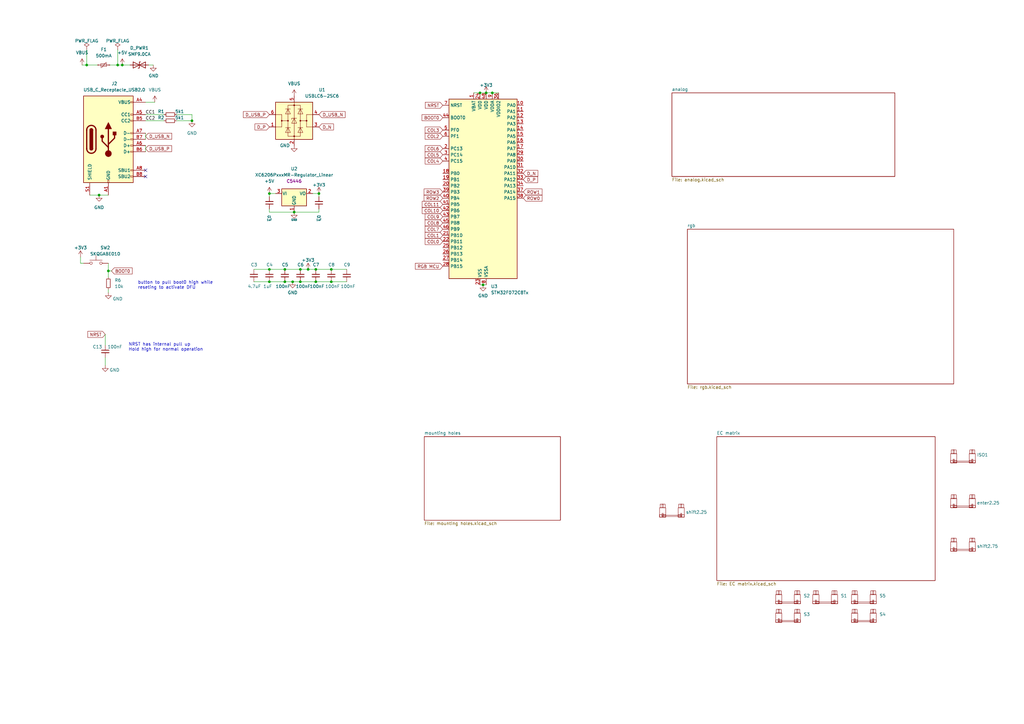
<source format=kicad_sch>
(kicad_sch (version 20230121) (generator eeschema)
  (paper "A3")
  (lib_symbols
    (symbol "Connector:USB_C_Receptacle_USB2.0" (pin_names (offset 1.016))
      (property "Reference" "J" (at -10.16 19.05 0))
      (property "Value" "USB_C_Receptacle_USB2.0" (at 19.05 19.05 0))
      (symbol "USB_C_Receptacle_USB2.0_0_0"
        (rectangle (start -0.254 -17.78) (end 0.254 -16.764))
        (rectangle (start 10.16 -14.986) (end 9.144 -15.494))
        (rectangle (start 10.16 -12.446) (end 9.144 -12.954))
        (rectangle (start 10.16 -4.826) (end 9.144 -5.334))
        (rectangle (start 10.16 -2.286) (end 9.144 -2.794))
        (rectangle (start 10.16 0.254) (end 9.144 -0.254))
        (rectangle (start 10.16 2.794) (end 9.144 2.286))
        (rectangle (start 10.16 7.874) (end 9.144 7.366))
        (rectangle (start 10.16 10.414) (end 9.144 9.906))
        (rectangle (start 10.16 15.494) (end 9.144 14.986))
      )
      (symbol "USB_C_Receptacle_USB2.0_0_1"
        (rectangle (start -10.16 17.78) (end 10.16 -17.78) (stroke (width 0.254)) (fill (type background)))
        (arc (start -8.89 -3.81) (mid -6.985 -5.7067) (end -5.08 -3.81) (stroke (width 0.508)))
        (arc (start -7.62 -3.81) (mid -6.985 -4.4423) (end -6.35 -3.81) (stroke (width 0.254)))
        (arc (start -7.62 -3.81) (mid -6.985 -4.4423) (end -6.35 -3.81) (stroke (width 0.254)) (fill (type outline)))
        (rectangle (start -7.62 -3.81) (end -6.35 3.81) (stroke (width 0.254)) (fill (type outline)))
        (arc (start -6.35 3.81) (mid -6.985 4.4423) (end -7.62 3.81) (stroke (width 0.254)))
        (arc (start -6.35 3.81) (mid -6.985 4.4423) (end -7.62 3.81) (stroke (width 0.254)) (fill (type outline)))
        (arc (start -5.08 3.81) (mid -6.985 5.7067) (end -8.89 3.81) (stroke (width 0.508)))
        (circle (center -2.54 1.143) (radius 0.635) (stroke (width 0.254)) (fill (type outline)))
        (circle (center 0 -5.842) (radius 1.27) (fill (type outline)))
        (polyline (pts (xy -8.89 -3.81) (xy -8.89 3.81)) (stroke (width 0.508)))
        (polyline (pts (xy -5.08 3.81) (xy -5.08 -3.81)) (stroke (width 0.508)))
        (polyline (pts (xy 0 -5.842) (xy 0 4.318)) (stroke (width 0.508)))
        (polyline (pts (xy 0 -3.302) (xy -2.54 -0.762) (xy -2.54 0.508)) (stroke (width 0.508)))
        (polyline (pts (xy 0 -2.032) (xy 2.54 0.508) (xy 2.54 1.778)) (stroke (width 0.508)))
        (polyline (pts (xy -1.27 4.318) (xy 0 6.858) (xy 1.27 4.318) (xy -1.27 4.318)) (stroke (width 0.254)) (fill (type outline)))
        (rectangle (start 1.905 1.778) (end 3.175 3.048) (stroke (width 0.254)) (fill (type outline)))
      )
      (symbol "USB_C_Receptacle_USB2.0_1_1"
        (pin passive line (at 0 -22.86 90) (length 5.08) (name "GND") (number "A1"))
        (pin passive line (at 0 -22.86 90) (length 5.08) hide (name "GND") (number "A12"))
        (pin passive line (at 15.24 15.24 180) (length 5.08) (name "VBUS") (number "A4"))
        (pin bidirectional line (at 15.24 10.16 180) (length 5.08) (name "CC1") (number "A5"))
        (pin bidirectional line (at 15.24 -2.54 180) (length 5.08) (name "D+") (number "A6"))
        (pin bidirectional line (at 15.24 2.54 180) (length 5.08) (name "D-") (number "A7"))
        (pin bidirectional line (at 15.24 -12.7 180) (length 5.08) (name "SBU1") (number "A8"))
        (pin passive line (at 15.24 15.24 180) (length 5.08) hide (name "VBUS") (number "A9"))
        (pin passive line (at 0 -22.86 90) (length 5.08) hide (name "GND") (number "B1"))
        (pin passive line (at 0 -22.86 90) (length 5.08) hide (name "GND") (number "B12"))
        (pin passive line (at 15.24 15.24 180) (length 5.08) hide (name "VBUS") (number "B4"))
        (pin bidirectional line (at 15.24 7.62 180) (length 5.08) (name "CC2") (number "B5"))
        (pin bidirectional line (at 15.24 -5.08 180) (length 5.08) (name "D+") (number "B6"))
        (pin bidirectional line (at 15.24 0 180) (length 5.08) (name "D-") (number "B7"))
        (pin bidirectional line (at 15.24 -15.24 180) (length 5.08) (name "SBU2") (number "B8"))
        (pin passive line (at 15.24 15.24 180) (length 5.08) hide (name "VBUS") (number "B9"))
        (pin passive line (at -7.62 -22.86 90) (length 5.08) (name "SHIELD") (number "S1"))
      )
    )
    (symbol "Device:C_Small" (pin_numbers hide) (pin_names (offset 0.254) hide)
      (property "Reference" "C" (at 0.254 1.778 0))
      (property "Value" "C_Small" (at 0.254 -2.032 0))
      (symbol "C_Small_0_1"
        (polyline (pts (xy -1.524 -0.508) (xy 1.524 -0.508)) (stroke (width 0.3302)))
        (polyline (pts (xy -1.524 0.508) (xy 1.524 0.508)) (stroke (width 0.3048)))
      )
      (symbol "C_Small_1_1"
        (pin passive line (at 0 2.54 270) (length 2.032) (name "~") (number "1"))
        (pin passive line (at 0 -2.54 90) (length 2.032) (name "~") (number "2"))
      )
    )
    (symbol "Device:D_TVS" (pin_numbers hide) (pin_names (offset 1.016) hide)
      (property "Reference" "D" (at 0 2.54 0))
      (property "Value" "D_TVS" (at 0 -2.54 0))
      (symbol "D_TVS_0_1"
        (polyline (pts (xy 1.27 0) (xy -1.27 0)))
        (polyline (pts (xy 0.508 1.27) (xy 0 1.27) (xy 0 -1.27) (xy -0.508 -1.27)) (stroke (width 0.254)))
        (polyline (pts (xy -2.54 1.27) (xy -2.54 -1.27) (xy 2.54 1.27) (xy 2.54 -1.27) (xy -2.54 1.27)) (stroke (width 0.254)))
      )
      (symbol "D_TVS_1_1"
        (pin passive line (at -3.81 0 0) (length 2.54) (name "A1") (number "1"))
        (pin passive line (at 3.81 0 180) (length 2.54) (name "A2") (number "2"))
      )
    )
    (symbol "Device:Polyfuse_Small" (pin_numbers hide) (pin_names (offset 0))
      (property "Reference" "F" (at -1.905 0 90))
      (property "Value" "Polyfuse_Small" (at 1.905 0 90))
      (symbol "Polyfuse_Small_0_1"
        (rectangle (start -0.508 1.27) (end 0.508 -1.27))
        (polyline (pts (xy 0 2.54) (xy 0 -2.54)))
        (polyline (pts (xy -1.016 1.27) (xy -1.016 0.762) (xy 1.016 -0.762) (xy 1.016 -1.27)))
      )
      (symbol "Polyfuse_Small_1_1"
        (pin passive line (at 0 2.54 270) (length 0.635) (name "~") (number "1"))
        (pin passive line (at 0 -2.54 90) (length 0.635) (name "~") (number "2"))
      )
    )
    (symbol "Device:R_Small" (pin_numbers hide) (pin_names (offset 0.254) hide)
      (property "Reference" "R" (at 0.762 0.508 0))
      (property "Value" "R_Small" (at 0.762 -1.016 0))
      (symbol "R_Small_0_1"
        (rectangle (start -0.762 1.778) (end 0.762 -1.778) (stroke (width 0.2032)))
      )
      (symbol "R_Small_1_1"
        (pin passive line (at 0 2.54 270) (length 0.762) (name "~") (number "1"))
        (pin passive line (at 0 -2.54 90) (length 0.762) (name "~") (number "2"))
      )
    )
    (symbol "GND_1" (power) (pin_names (offset 0))
      (property "Value" "GND_1" (at 0 -3.81 0))
      (symbol "GND_1_0_1"
        (polyline (pts (xy 0 0) (xy 0 -1.27) (xy 1.27 -1.27) (xy 0 -2.54) (xy -1.27 -1.27) (xy 0 -1.27)))
      )
      (symbol "GND_1_1_1"
        (pin power_in line (at 0 0 270) (length 0) hide (name "GND") (number "1"))
      )
    )
    (symbol "GND_2" (power) (pin_names (offset 0))
      (property "Value" "GND_2" (at 0 -3.81 0))
      (symbol "GND_2_0_1"
        (polyline (pts (xy 0 0) (xy 0 -1.27) (xy 1.27 -1.27) (xy 0 -2.54) (xy -1.27 -1.27) (xy 0 -1.27)))
      )
      (symbol "GND_2_1_1"
        (pin power_in line (at 0 0 270) (length 0) hide (name "GND") (number "1"))
      )
    )
    (symbol "GND_4" (power) (pin_names (offset 0))
      (property "Value" "GND_4" (at 0 -3.81 0))
      (symbol "GND_4_0_1"
        (polyline (pts (xy 0 0) (xy 0 -1.27) (xy 1.27 -1.27) (xy 0 -2.54) (xy -1.27 -1.27) (xy 0 -1.27)))
      )
      (symbol "GND_4_1_1"
        (pin power_in line (at 0 0 270) (length 0) hide (name "GND") (number "1"))
      )
    )
    (symbol "MCU_ST_STM32F0:STM32F072C8Tx"
      (property "Reference" "U" (at -12.7 39.37 0))
      (property "Value" "STM32F072C8Tx" (at 10.16 39.37 0))
      (symbol "STM32F072C8Tx_0_1"
        (rectangle (start -12.7 -35.56) (end 15.24 38.1) (stroke (width 0.254)) (fill (type background)))
      )
      (symbol "STM32F072C8Tx_1_1"
        (pin power_in line (at -2.54 40.64 270) (length 2.54) (name "VBAT") (number "1"))
        (pin bidirectional line (at 17.78 35.56 180) (length 2.54) (name "PA0") (number "10"))
        (pin bidirectional line (at 17.78 33.02 180) (length 2.54) (name "PA1") (number "11"))
        (pin bidirectional line (at 17.78 30.48 180) (length 2.54) (name "PA2") (number "12"))
        (pin bidirectional line (at 17.78 27.94 180) (length 2.54) (name "PA3") (number "13"))
        (pin bidirectional line (at 17.78 25.4 180) (length 2.54) (name "PA4") (number "14"))
        (pin bidirectional line (at 17.78 22.86 180) (length 2.54) (name "PA5") (number "15"))
        (pin bidirectional line (at 17.78 20.32 180) (length 2.54) (name "PA6") (number "16"))
        (pin bidirectional line (at 17.78 17.78 180) (length 2.54) (name "PA7") (number "17"))
        (pin bidirectional line (at -15.24 7.62 0) (length 2.54) (name "PB0") (number "18"))
        (pin bidirectional line (at -15.24 5.08 0) (length 2.54) (name "PB1") (number "19"))
        (pin bidirectional line (at -15.24 17.78 0) (length 2.54) (name "PC13") (number "2"))
        (pin bidirectional line (at -15.24 2.54 0) (length 2.54) (name "PB2") (number "20"))
        (pin bidirectional line (at -15.24 -17.78 0) (length 2.54) (name "PB10") (number "21"))
        (pin bidirectional line (at -15.24 -20.32 0) (length 2.54) (name "PB11") (number "22"))
        (pin power_in line (at 0 -38.1 90) (length 2.54) (name "VSS") (number "23"))
        (pin power_in line (at 0 40.64 270) (length 2.54) (name "VDD") (number "24"))
        (pin bidirectional line (at -15.24 -22.86 0) (length 2.54) (name "PB12") (number "25"))
        (pin bidirectional line (at -15.24 -25.4 0) (length 2.54) (name "PB13") (number "26"))
        (pin bidirectional line (at -15.24 -27.94 0) (length 2.54) (name "PB14") (number "27"))
        (pin bidirectional line (at -15.24 -30.48 0) (length 2.54) (name "PB15") (number "28"))
        (pin bidirectional line (at 17.78 15.24 180) (length 2.54) (name "PA8") (number "29"))
        (pin bidirectional line (at -15.24 15.24 0) (length 2.54) (name "PC14") (number "3"))
        (pin bidirectional line (at 17.78 12.7 180) (length 2.54) (name "PA9") (number "30"))
        (pin bidirectional line (at 17.78 10.16 180) (length 2.54) (name "PA10") (number "31"))
        (pin bidirectional line (at 17.78 7.62 180) (length 2.54) (name "PA11") (number "32"))
        (pin bidirectional line (at 17.78 5.08 180) (length 2.54) (name "PA12") (number "33"))
        (pin bidirectional line (at 17.78 2.54 180) (length 2.54) (name "PA13") (number "34"))
        (pin passive line (at 0 -38.1 90) (length 2.54) hide (name "VSS") (number "35"))
        (pin power_in line (at 7.62 40.64 270) (length 2.54) (name "VDDIO2") (number "36"))
        (pin bidirectional line (at 17.78 0 180) (length 2.54) (name "PA14") (number "37"))
        (pin bidirectional line (at 17.78 -2.54 180) (length 2.54) (name "PA15") (number "38"))
        (pin bidirectional line (at -15.24 0 0) (length 2.54) (name "PB3") (number "39"))
        (pin bidirectional line (at -15.24 12.7 0) (length 2.54) (name "PC15") (number "4"))
        (pin bidirectional line (at -15.24 -2.54 0) (length 2.54) (name "PB4") (number "40"))
        (pin bidirectional line (at -15.24 -5.08 0) (length 2.54) (name "PB5") (number "41"))
        (pin bidirectional line (at -15.24 -7.62 0) (length 2.54) (name "PB6") (number "42"))
        (pin bidirectional line (at -15.24 -10.16 0) (length 2.54) (name "PB7") (number "43"))
        (pin input line (at -15.24 30.48 0) (length 2.54) (name "BOOT0") (number "44"))
        (pin bidirectional line (at -15.24 -12.7 0) (length 2.54) (name "PB8") (number "45"))
        (pin bidirectional line (at -15.24 -15.24 0) (length 2.54) (name "PB9") (number "46"))
        (pin passive line (at 0 -38.1 90) (length 2.54) hide (name "VSS") (number "47"))
        (pin power_in line (at 2.54 40.64 270) (length 2.54) (name "VDD") (number "48"))
        (pin bidirectional line (at -15.24 25.4 0) (length 2.54) (name "PF0") (number "5"))
        (pin bidirectional line (at -15.24 22.86 0) (length 2.54) (name "PF1") (number "6"))
        (pin input line (at -15.24 35.56 0) (length 2.54) (name "NRST") (number "7"))
        (pin power_in line (at 2.54 -38.1 90) (length 2.54) (name "VSSA") (number "8"))
        (pin power_in line (at 5.08 40.64 270) (length 2.54) (name "VDDA") (number "9"))
      )
    )
    (symbol "PCM_marbastlib-mx:MX_stab" (pin_names (offset 1.016))
      (property "Reference" "S" (at -5.08 6.35 0))
      (property "Value" "MX_stab" (at -5.08 3.81 0))
      (symbol "MX_stab_0_1"
        (rectangle (start -5.08 -1.524) (end -2.54 -2.54))
        (rectangle (start -5.08 1.27) (end -2.54 -2.54))
        (rectangle (start -4.826 2.794) (end -2.794 1.27))
        (rectangle (start -4.064 -2.286) (end -3.556 -1.016))
        (rectangle (start -4.064 -1.778) (end 4.064 -2.286))
        (rectangle (start -4.064 1.27) (end -3.556 2.794))
        (rectangle (start 2.54 -1.524) (end 5.08 -2.54))
        (rectangle (start 2.54 1.27) (end 5.08 -2.54))
        (rectangle (start 2.794 2.794) (end 4.826 1.27))
        (rectangle (start 3.556 1.27) (end 4.064 2.794))
        (rectangle (start 4.064 -2.286) (end 3.556 -1.016))
      )
    )
    (symbol "Power_Protection:USBLC6-2SC6" (pin_names hide)
      (property "Reference" "U" (at 2.54 8.89 0))
      (property "Value" "USBLC6-2SC6" (at 2.54 -8.89 0))
      (symbol "USBLC6-2SC6_0_1"
        (rectangle (start -7.62 -7.62) (end 7.62 7.62) (stroke (width 0.254)) (fill (type background)))
        (circle (center -5.08 0) (radius 0.254) (fill (type outline)))
        (circle (center -2.54 0) (radius 0.254) (fill (type outline)))
        (rectangle (start -2.54 6.35) (end 2.54 -6.35))
        (circle (center 0 -6.35) (radius 0.254) (fill (type outline)))
        (polyline (pts (xy -5.08 -2.54) (xy -7.62 -2.54)))
        (polyline (pts (xy -5.08 0) (xy -5.08 -2.54)))
        (polyline (pts (xy -5.08 2.54) (xy -7.62 2.54)))
        (polyline (pts (xy -1.524 -2.794) (xy -3.556 -2.794)))
        (polyline (pts (xy -1.524 4.826) (xy -3.556 4.826)))
        (polyline (pts (xy 0 -7.62) (xy 0 -6.35)))
        (polyline (pts (xy 0 -6.35) (xy 0 1.27)))
        (polyline (pts (xy 0 1.27) (xy 0 6.35)))
        (polyline (pts (xy 0 6.35) (xy 0 7.62)))
        (polyline (pts (xy 1.524 -2.794) (xy 3.556 -2.794)))
        (polyline (pts (xy 1.524 4.826) (xy 3.556 4.826)))
        (polyline (pts (xy 5.08 -2.54) (xy 7.62 -2.54)))
        (polyline (pts (xy 5.08 0) (xy 5.08 -2.54)))
        (polyline (pts (xy 5.08 2.54) (xy 7.62 2.54)))
        (polyline (pts (xy -2.54 0) (xy -5.08 0) (xy -5.08 2.54)))
        (polyline (pts (xy 2.54 0) (xy 5.08 0) (xy 5.08 2.54)))
        (polyline (pts (xy -3.556 -4.826) (xy -1.524 -4.826) (xy -2.54 -2.794) (xy -3.556 -4.826)))
        (polyline (pts (xy -3.556 2.794) (xy -1.524 2.794) (xy -2.54 4.826) (xy -3.556 2.794)))
        (polyline (pts (xy -1.016 -1.016) (xy 1.016 -1.016) (xy 0 1.016) (xy -1.016 -1.016)))
        (polyline (pts (xy 1.016 1.016) (xy 0.762 1.016) (xy -1.016 1.016) (xy -1.016 0.508)))
        (polyline (pts (xy 3.556 -4.826) (xy 1.524 -4.826) (xy 2.54 -2.794) (xy 3.556 -4.826)))
        (polyline (pts (xy 3.556 2.794) (xy 1.524 2.794) (xy 2.54 4.826) (xy 3.556 2.794)))
        (circle (center 0 6.35) (radius 0.254) (fill (type outline)))
        (circle (center 2.54 0) (radius 0.254) (fill (type outline)))
        (circle (center 5.08 0) (radius 0.254) (fill (type outline)))
      )
      (symbol "USBLC6-2SC6_1_1"
        (pin passive line (at -10.16 -2.54 0) (length 2.54) (name "I/O1") (number "1"))
        (pin passive line (at 0 -10.16 90) (length 2.54) (name "GND") (number "2"))
        (pin passive line (at 10.16 -2.54 180) (length 2.54) (name "I/O2") (number "3"))
        (pin passive line (at 10.16 2.54 180) (length 2.54) (name "I/O2") (number "4"))
        (pin passive line (at 0 10.16 270) (length 2.54) (name "VBUS") (number "5"))
        (pin passive line (at -10.16 2.54 0) (length 2.54) (name "I/O1") (number "6"))
      )
    )
    (symbol "Switch:SW_Push" (pin_numbers hide) (pin_names (offset 1.016) hide)
      (property "Reference" "SW" (at 1.27 2.54 0))
      (property "Value" "SW_Push" (at 0 -1.524 0))
      (symbol "SW_Push_0_1"
        (circle (center -2.032 0) (radius 0.508))
        (polyline (pts (xy 0 1.27) (xy 0 3.048)))
        (polyline (pts (xy 2.54 1.27) (xy -2.54 1.27)))
        (circle (center 2.032 0) (radius 0.508))
        (pin passive line (at -5.08 0 0) (length 2.54) (name "1") (number "1"))
        (pin passive line (at 5.08 0 180) (length 2.54) (name "2") (number "2"))
      )
    )
    (symbol "kicad-keyboard-parts:XC6206PxxxMR-Regulator_Linear" (pin_names (offset 0.254))
      (property "Reference" "U" (at -3.81 3.175 0))
      (property "Value" "XC6206PxxxMR-Regulator_Linear" (at 0 3.175 0))
      (property "LCSC" "C5446" (at 0 0 0))
      (symbol "XC6206PxxxMR-Regulator_Linear_0_1"
        (rectangle (start -5.08 1.905) (end 5.08 -5.08) (stroke (width 0.254)) (fill (type background)))
      )
      (symbol "XC6206PxxxMR-Regulator_Linear_1_1"
        (pin power_in line (at 0 -7.62 90) (length 2.54) (name "GND") (number "1"))
        (pin power_out line (at 7.62 0 180) (length 2.54) (name "VO") (number "2"))
        (pin power_in line (at -7.62 0 0) (length 2.54) (name "VI") (number "3"))
      )
    )
    (symbol "power:+3.3V" (power) (pin_names (offset 0))
      (property "Value" "+3.3V" (at 0 3.556 0))
      (symbol "+3.3V_0_1"
        (polyline (pts (xy -0.762 1.27) (xy 0 2.54)))
        (polyline (pts (xy 0 0) (xy 0 2.54)))
        (polyline (pts (xy 0 2.54) (xy 0.762 1.27)))
      )
      (symbol "+3.3V_1_1"
        (pin power_in line (at 0 0 90) (length 0) hide (name "+3V3") (number "1"))
      )
    )
    (symbol "power:+3V3" (power) (pin_names (offset 0))
      (property "Value" "+3V3" (at 0 3.556 0))
      (symbol "+3V3_0_1"
        (polyline (pts (xy -0.762 1.27) (xy 0 2.54)))
        (polyline (pts (xy 0 0) (xy 0 2.54)))
        (polyline (pts (xy 0 2.54) (xy 0.762 1.27)))
      )
      (symbol "+3V3_1_1"
        (pin power_in line (at 0 0 90) (length 0) hide (name "+3V3") (number "1"))
      )
    )
    (symbol "power:+5V" (power) (pin_names (offset 0))
      (property "Value" "+5V" (at 0 3.556 0))
      (symbol "+5V_0_1"
        (polyline (pts (xy -0.762 1.27) (xy 0 2.54)))
        (polyline (pts (xy 0 0) (xy 0 2.54)))
        (polyline (pts (xy 0 2.54) (xy 0.762 1.27)))
      )
      (symbol "+5V_1_1"
        (pin power_in line (at 0 0 90) (length 0) hide (name "+5V") (number "1"))
      )
    )
    (symbol "power:GND" (power) (pin_names (offset 0))
      (property "Value" "GND" (at 0 -3.81 0))
      (symbol "GND_0_1"
        (polyline (pts (xy 0 0) (xy 0 -1.27) (xy 1.27 -1.27) (xy 0 -2.54) (xy -1.27 -1.27) (xy 0 -1.27)))
      )
      (symbol "GND_1_1"
        (pin power_in line (at 0 0 270) (length 0) hide (name "GND") (number "1"))
      )
    )
    (symbol "power:PWR_FLAG" (power) (pin_numbers hide) (pin_names (offset 0) hide)
      (property "Value" "PWR_FLAG" (at 0 3.81 0))
      (symbol "PWR_FLAG_0_0"
        (pin power_out line (at 0 0 90) (length 0) (name "pwr") (number "1"))
      )
      (symbol "PWR_FLAG_0_1"
        (polyline (pts (xy 0 0) (xy 0 1.27) (xy -1.016 1.905) (xy 0 2.54) (xy 1.016 1.905) (xy 0 1.27)))
      )
    )
    (symbol "power:VBUS" (power) (pin_names (offset 0))
      (property "Value" "VBUS" (at 0 3.81 0))
      (symbol "VBUS_0_1"
        (polyline (pts (xy -0.762 1.27) (xy 0 2.54)))
        (polyline (pts (xy 0 0) (xy 0 2.54)))
        (polyline (pts (xy 0 2.54) (xy 0.762 1.27)))
      )
      (symbol "VBUS_1_1"
        (pin power_in line (at 0 0 90) (length 0) hide (name "VBUS") (number "1"))
      )
    )
  )
  (junction (at 196.85 38.1))
  (junction (at 135.89 110.49))
  (junction (at 135.89 115.57))
  (junction (at 50.165 26.67))
  (junction (at 129.54 115.57))
  (junction (at 198.12 116.84))
  (junction (at 129.54 110.49))
  (junction (at 40.64 80.01))
  (junction (at 44.45 111.125))
  (junction (at 116.84 110.49))
  (junction (at 120.65 86.995) (diameter 0.9144))
  (junction (at 123.19 110.49))
  (junction (at 199.39 38.1))
  (junction (at 110.49 110.49))
  (junction (at 120.015 115.57))
  (junction (at 130.81 79.375) (diameter 0.9144))
  (junction (at 116.84 115.57))
  (junction (at 201.93 38.1))
  (junction (at 110.49 79.375) (diameter 0.9144))
  (junction (at 126.365 110.49))
  (junction (at 110.49 115.57))
  (junction (at 35.56 26.67))
  (junction (at 78.74 49.53))
  (junction (at 123.19 115.57))
  (junction (at 48.26 26.67))
  (no_connect (at 59.69 72.39))
  (no_connect (at 59.69 69.85))
  (wire (pts (xy 50.165 26.67) (xy 53.34 26.67)))
  (wire (pts (xy 116.84 115.57) (xy 120.015 115.57)))
  (wire (pts (xy 129.54 110.49) (xy 135.89 110.49)))
  (wire (pts (xy 45.085 26.67) (xy 48.26 26.67)))
  (wire (pts (xy 126.365 110.49) (xy 129.54 110.49)))
  (wire (pts (xy 48.26 26.67) (xy 50.165 26.67)))
  (wire (pts (xy 120.015 115.57) (xy 123.19 115.57)))
  (wire (pts (xy 110.49 110.49) (xy 116.84 110.49)))
  (wire (pts (xy 130.81 85.725) (xy 130.81 86.995)))
  (wire (pts (xy 44.45 118.745) (xy 44.45 120.015)))
  (wire (pts (xy 129.54 115.57) (xy 135.89 115.57)))
  (wire (pts (xy 110.49 85.725) (xy 110.49 86.995)))
  (wire (pts (xy 44.45 111.125) (xy 44.45 113.665)))
  (wire (pts (xy 116.84 110.49) (xy 123.19 110.49)))
  (wire (pts (xy 34.29 107.95) (xy 33.02 107.95)))
  (wire (pts (xy 44.45 111.125) (xy 45.72 111.125)))
  (wire (pts (xy 194.31 38.1) (xy 196.85 38.1)))
  (wire (pts (xy 59.69 41.91) (xy 63.5 41.91)))
  (wire (pts (xy 36.83 80.01) (xy 40.64 80.01)))
  (wire (pts (xy 104.14 110.49) (xy 110.49 110.49)))
  (wire (pts (xy 199.39 38.1) (xy 201.93 38.1)))
  (wire (pts (xy 110.49 79.375) (xy 110.49 80.645)))
  (wire (pts (xy 110.49 115.57) (xy 116.84 115.57)))
  (wire (pts (xy 120.65 86.995) (xy 130.81 86.995)))
  (wire (pts (xy 196.85 116.84) (xy 198.12 116.84)))
  (wire (pts (xy 135.89 110.49) (xy 142.24 110.49)))
  (wire (pts (xy 196.85 38.1) (xy 199.39 38.1)))
  (wire (pts (xy 35.56 26.67) (xy 40.005 26.67)))
  (wire (pts (xy 35.56 20.32) (xy 35.56 26.67)))
  (wire (pts (xy 43.18 137.16) (xy 43.18 141.605)))
  (wire (pts (xy 33.02 107.95) (xy 33.02 105.41)))
  (wire (pts (xy 59.69 54.61) (xy 59.69 57.15)))
  (wire (pts (xy 59.69 49.53) (xy 67.31 49.53)))
  (wire (pts (xy 60.96 26.67) (xy 62.865 26.67)))
  (wire (pts (xy 48.26 20.32) (xy 48.26 26.67)))
  (wire (pts (xy 72.39 46.99) (xy 78.74 46.99)))
  (wire (pts (xy 43.18 149.86) (xy 43.18 146.685)))
  (wire (pts (xy 201.93 38.1) (xy 204.47 38.1)))
  (wire (pts (xy 123.19 115.57) (xy 129.54 115.57)))
  (wire (pts (xy 44.45 107.95) (xy 44.45 111.125)))
  (wire (pts (xy 110.49 79.375) (xy 113.03 79.375)))
  (wire (pts (xy 78.74 46.99) (xy 78.74 49.53)))
  (wire (pts (xy 104.14 115.57) (xy 110.49 115.57)))
  (wire (pts (xy 59.69 59.69) (xy 59.69 62.23)))
  (wire (pts (xy 120.65 86.995) (xy 110.49 86.995)))
  (wire (pts (xy 33.655 26.67) (xy 35.56 26.67)))
  (wire (pts (xy 123.19 110.49) (xy 126.365 110.49)))
  (wire (pts (xy 59.69 46.99) (xy 67.31 46.99)))
  (wire (pts (xy 198.12 116.84) (xy 199.39 116.84)))
  (wire (pts (xy 72.39 49.53) (xy 78.74 49.53)))
  (wire (pts (xy 135.89 115.57) (xy 142.24 115.57)))
  (wire (pts (xy 40.64 80.01) (xy 44.45 80.01)))
  (wire (pts (xy 130.81 79.375) (xy 130.81 80.645)))
  (wire (pts (xy 128.27 79.375) (xy 130.81 79.375)))
  (text "NRST has internal pull up\nHold high for normal operation" (at 52.705 144.145 0) (effects (font (size 1.27 1.27)) (justify left bottom)))
  (text "button to pull boot0 high while \nreseting to activate DFU" (at 56.515 118.745 0) (effects (font (size 1.27 1.27)) (justify left bottom)))
  (label "CC2" (at 59.69 49.53 0))
  (label "CC1" (at 59.69 46.99 0))
  (global_label "BOOT0" (shape input) (at 45.72 111.125 0) (property "Intersheetrefs" "${INTERSHEET_REFS}" (effects hide)))
  (global_label "NRST" (shape input) (at 43.18 137.16 180) (property "Intersheetrefs" "${INTERSHEET_REFS}" (effects hide)))
  (global_label "D_USB_P" (shape input) (at 59.69 60.96 0) (property "Intersheetrefs" "${INTERSHEET_REFS}" (effects hide)))
  (global_label "COL6" (shape input) (at 181.61 60.96 180) (property "Intersheetrefs" "${INTERSHEET_REFS}" (effects hide)))
  (global_label "ROW3" (shape input) (at 181.61 78.74 180) (property "Intersheetrefs" "${INTERSHEET_REFS}" (effects hide)))
  (global_label "ROW0" (shape input) (at 214.63 81.28 0) (property "Intersheetrefs" "${INTERSHEET_REFS}" (effects hide)))
  (global_label "COL2" (shape input) (at 181.61 55.88 180) (property "Intersheetrefs" "${INTERSHEET_REFS}" (effects hide)))
  (global_label "D_USB_P" (shape input) (at 110.49 46.99 180) (property "Intersheetrefs" "${INTERSHEET_REFS}" (effects hide)))
  (global_label "COL7" (shape input) (at 181.61 93.98 180) (property "Intersheetrefs" "${INTERSHEET_REFS}" (effects hide)))
  (global_label "COL0" (shape input) (at 181.61 99.06 180) (property "Intersheetrefs" "${INTERSHEET_REFS}" (effects hide)))
  (global_label "COL8" (shape input) (at 181.61 91.44 180) (property "Intersheetrefs" "${INTERSHEET_REFS}" (effects hide)))
  (global_label "D_N" (shape input) (at 214.63 71.12 0) (property "Intersheetrefs" "${INTERSHEET_REFS}" (effects hide)))
  (global_label "D_N" (shape input) (at 130.81 52.07 0) (property "Intersheetrefs" "${INTERSHEET_REFS}" (effects hide)))
  (global_label "BOOT0" (shape input) (at 181.61 48.26 180) (property "Intersheetrefs" "${INTERSHEET_REFS}" (effects hide)))
  (global_label "ROW1" (shape input) (at 214.63 78.74 0) (property "Intersheetrefs" "${INTERSHEET_REFS}" (effects hide)))
  (global_label "NRST" (shape input) (at 181.61 43.18 180) (property "Intersheetrefs" "${INTERSHEET_REFS}" (effects hide)))
  (global_label "RGB MCU" (shape input) (at 181.61 109.22 180) (property "Intersheetrefs" "${INTERSHEET_REFS}" (effects hide)))
  (global_label "COL11" (shape input) (at 181.61 83.82 180) (property "Intersheetrefs" "${INTERSHEET_REFS}" (effects hide)))
  (global_label "D_P" (shape input) (at 110.49 52.07 180) (property "Intersheetrefs" "${INTERSHEET_REFS}" (effects hide)))
  (global_label "D_USB_N" (shape input) (at 59.69 55.88 0) (property "Intersheetrefs" "${INTERSHEET_REFS}" (effects hide)))
  (global_label "D_USB_N" (shape input) (at 130.81 46.99 0) (property "Intersheetrefs" "${INTERSHEET_REFS}" (effects hide)))
  (global_label "COL9" (shape input) (at 181.61 88.9 180) (property "Intersheetrefs" "${INTERSHEET_REFS}" (effects hide)))
  (global_label "COL3" (shape input) (at 181.61 53.34 180) (property "Intersheetrefs" "${INTERSHEET_REFS}" (effects hide)))
  (global_label "COL1" (shape input) (at 181.61 96.52 180) (property "Intersheetrefs" "${INTERSHEET_REFS}" (effects hide)))
  (global_label "COL10" (shape input) (at 181.61 86.36 180) (property "Intersheetrefs" "${INTERSHEET_REFS}" (effects hide)))
  (global_label "COL5" (shape input) (at 181.61 63.5 180) (property "Intersheetrefs" "${INTERSHEET_REFS}" (effects hide)))
  (global_label "COL4" (shape input) (at 181.61 66.04 180) (property "Intersheetrefs" "${INTERSHEET_REFS}" (effects hide)))
  (global_label "ROW2" (shape input) (at 181.61 81.28 180) (property "Intersheetrefs" "${INTERSHEET_REFS}" (effects hide)))
  (global_label "D_P" (shape input) (at 214.63 73.66 0) (property "Intersheetrefs" "${INTERSHEET_REFS}" (effects hide)))
  (symbol (lib_id "Device:C_Small") (at 129.54 113.03 0) (unit 1)
    (property "Reference" "C7" (at 128.27 108.585 0) (effects (justify left)))
    (property "Value" "100nF" (at 127 117.475 0) (effects (justify left)))
    (property "Footprint" "Capacitor_SMD:C_0603_1608Metric" (effects hide))
  )
  (symbol (lib_id "Device:C_Small") (at 43.18 144.145 0) (mirror y) (unit 1)
    (property "Reference" "C13" (at 41.91 142.24 0) (effects (justify left)))
    (property "Value" "100nF" (at 50.165 142.24 0) (effects (justify left)))
    (property "Footprint" "Capacitor_SMD:C_0603_1608Metric" (effects hide))
    (property "LCSC" "C307331" (effects hide))
  )
  (symbol (lib_id "Switch:SW_Push") (at 39.37 107.95 0) (unit 1)
    (property "Reference" "SW2" (at 43.18 101.6 0))
    (property "Value" "SKQGABE010" (at 43.18 104.14 0))
    (property "Footprint" "Button_Switch_SMD:SW_SPST_SKQG_WithoutStem" (effects hide))
    (property "LCSC" "C115351" (effects hide))
  )
  (symbol (lib_id "Device:C_Small") (at 130.81 83.185 180) (unit 1)
    (property "Reference" "C2" (at 130.81 88.9 0) (effects (font (size 0.762 0.762))))
    (property "Value" "1uF" (at 130.81 90.17 0) (effects (font (size 0.762 0.762))))
    (property "Footprint" "Capacitor_SMD:C_0603_1608Metric" (effects hide))
    (property "LCSC" "C52923" (effects hide))
  )
  (symbol (lib_id "MCU_ST_STM32F0:STM32F072C8Tx") (at 196.85 78.74 0) (unit 1)
    (property "Reference" "U3" (at 201.3459 117.475 0) (effects (justify left)))
    (property "Value" "STM32F072C8Tx" (at 201.3459 120.015 0) (effects (justify left)))
    (property "Footprint" "Package_QFP:LQFP-48_7x7mm_P0.5mm" (effects hide))
    (property "Datasheet" "https://www.st.com/resource/en/datasheet/stm32f072c8.pdf" (effects hide))
  )
  (symbol (lib_id "power:+3V3") (at 199.39 38.1 0) (unit 1)
    (property "Reference" "#PWR011" (effects hide))
    (property "Value" "+3V3" (at 199.39 34.925 0))
  )
  (symbol (lib_id "Device:R_Small") (at 69.85 46.99 90) (unit 1)
    (property "Reference" "R1" (at 66.04 45.72 90))
    (property "Value" "5k1" (at 73.66 45.72 90))
    (property "Footprint" "Resistor_SMD:R_0603_1608Metric" (effects hide))
    (property "LCSC" "C25905" (effects hide))
  )
  (symbol (lib_id "power:PWR_FLAG") (at 35.56 20.32 0) (unit 1)
    (property "Reference" "#FLG01" (effects hide))
    (property "Value" "PWR_FLAG" (at 35.56 16.7442 0))
  )
  (symbol (lib_id "Device:C_Small") (at 110.49 83.185 180) (unit 1)
    (property "Reference" "C1" (at 110.49 88.9 0) (effects (font (size 0.762 0.762))))
    (property "Value" "1uF" (at 110.49 90.17 0) (effects (font (size 0.762 0.762))))
    (property "Footprint" "Capacitor_SMD:C_0603_1608Metric" (effects hide))
    (property "LCSC" "C52923" (effects hide))
  )
  (symbol (lib_name "GND_1") (lib_id "power:GND") (at 120.015 115.57 0) (unit 1)
    (property "Reference" "#PWR07" (effects hide))
    (property "Value" "GND" (at 120.015 120.015 0))
  )
  (symbol (lib_id "PCM_marbastlib-mx:MX_stab") (at 323.215 245.11 0) (unit 1)
    (property "Reference" "S2" (at 329.565 244.348 0) (effects (justify left)))
    (property "Value" "MX_stab" (effects hide))
    (property "Footprint" "PCM_marbastlib-mx:STAB_MX_P_2.25u" (effects hide))
  )
  (symbol (lib_name "GND_4") (lib_id "power:GND") (at 40.64 80.01 0) (unit 1)
    (property "Reference" "#PWR013" (effects hide))
    (property "Value" "GND" (at 40.64 85.09 0))
  )
  (symbol (lib_id "power:VBUS") (at 120.65 39.37 0) (unit 1)
    (property "Reference" "#PWR01" (effects hide))
    (property "Value" "VBUS" (at 120.65 34.29 0))
  )
  (symbol (lib_id "power:VBUS") (at 33.655 26.67 0) (unit 1)
    (property "Reference" "#PWR08" (effects hide))
    (property "Value" "VBUS" (at 33.655 21.59 0))
  )
  (symbol (lib_id "power:+3.3V") (at 130.81 79.375 0) (unit 1)
    (property "Reference" "#PWR04" (effects hide))
    (property "Value" "+3.3V" (at 130.81 75.8276 0))
  )
  (symbol (lib_id "Device:D_TVS") (at 57.15 26.67 0) (unit 1)
    (property "Reference" "D_PWR1" (at 57.15 19.685 0))
    (property "Value" "SMF9.0CA" (at 57.15 22.225 0))
    (property "Footprint" "Diode_SMD:D_SOD-123" (effects hide))
  )
  (symbol (lib_id "Device:C_Small") (at 116.84 113.03 0) (unit 1)
    (property "Reference" "C5" (at 115.57 108.585 0) (effects (justify left)))
    (property "Value" "100nF" (at 113.03 117.475 0) (effects (justify left)))
    (property "Footprint" "Capacitor_SMD:C_0603_1608Metric" (effects hide))
  )
  (symbol (lib_id "power:GND") (at 44.45 120.015 0) (unit 1)
    (property "Reference" "#PWR028" (effects hide))
    (property "Value" "GND" (at 48.26 122.555 0))
  )
  (symbol (lib_id "Device:C_Small") (at 104.14 113.03 0) (unit 1)
    (property "Reference" "C3" (at 102.87 108.585 0) (effects (justify left)))
    (property "Value" "4.7uF" (at 101.6 117.475 0) (effects (justify left)))
    (property "Footprint" "Capacitor_SMD:C_0603_1608Metric" (effects hide))
  )
  (symbol (lib_id "power:+3V3") (at 126.365 110.49 0) (unit 1)
    (property "Reference" "#PWR06" (effects hide))
    (property "Value" "+3V3" (at 126.365 106.68 0))
  )
  (symbol (lib_id "PCM_marbastlib-mx:MX_stab") (at 323.215 252.73 0) (unit 1)
    (property "Reference" "S3" (at 329.565 251.968 0) (effects (justify left)))
    (property "Value" "MX_stab" (effects hide))
    (property "Footprint" "PCM_marbastlib-mx:STAB_MX_P_2.75u" (effects hide))
  )
  (symbol (lib_id "power:VBUS") (at 63.5 41.91 0) (unit 1)
    (property "Reference" "#PWR015" (effects hide))
    (property "Value" "VBUS" (at 63.5 36.83 0))
  )
  (symbol (lib_id "power:+5V") (at 110.49 79.375 0) (unit 1)
    (property "Reference" "#PWR03" (effects hide))
    (property "Value" "+5V" (at 110.49 74.295 0))
  )
  (symbol (lib_id "Device:C_Small") (at 142.24 113.03 0) (unit 1)
    (property "Reference" "C9" (at 140.97 108.585 0) (effects (justify left)))
    (property "Value" "100nF" (at 139.7 117.475 0) (effects (justify left)))
    (property "Footprint" "Capacitor_SMD:C_0603_1608Metric" (effects hide))
  )
  (symbol (lib_id "power:GND") (at 120.65 59.69 0) (unit 1)
    (property "Reference" "#PWR02" (effects hide))
    (property "Value" "GND" (at 116.84 59.69 0))
  )
  (symbol (lib_id "Connector:USB_C_Receptacle_USB2.0") (at 44.45 57.15 0) (unit 1)
    (property "Reference" "J2" (at 46.9265 34.29 0))
    (property "Value" "USB_C_Receptacle_USB2.0" (at 46.9265 36.83 0))
    (property "Footprint" "Connector_USB:USB_C_Receptacle_HRO_TYPE-C-31-M-12" (effects hide))
    (property "Datasheet" "https://www.usb.org/sites/default/files/documents/usb_type-c.zip" (effects hide))
    (property "LCSC" "C165948" (effects hide))
  )
  (symbol (lib_id "Device:C_Small") (at 110.49 113.03 0) (unit 1)
    (property "Reference" "C4" (at 109.22 108.585 0) (effects (justify left)))
    (property "Value" "1uF" (at 107.95 117.475 0) (effects (justify left)))
    (property "Footprint" "Capacitor_SMD:C_0603_1608Metric" (effects hide))
  )
  (symbol (lib_id "Device:Polyfuse_Small") (at 42.545 26.67 90) (unit 1)
    (property "Reference" "F1" (at 42.545 20.32 90))
    (property "Value" "500mA" (at 42.545 22.86 90))
    (property "Footprint" "Fuse:Fuse_1206_3216Metric" (effects hide))
    (property "LCSC" "C70076" (effects hide))
  )
  (symbol (lib_id "Device:R_Small") (at 44.45 116.205 0) (unit 1)
    (property "Reference" "R6" (at 46.99 114.9349 0) (effects (justify left)))
    (property "Value" "10k" (at 46.99 117.4749 0) (effects (justify left)))
    (property "Footprint" "Resistor_SMD:R_0603_1608Metric" (effects hide))
  )
  (symbol (lib_id "PCM_marbastlib-mx:MX_stab") (at 354.33 252.73 0) (unit 1)
    (property "Reference" "S4" (at 360.68 251.968 0) (effects (justify left)))
    (property "Value" "MX_stab" (effects hide))
    (property "Footprint" "PCM_marbastlib-mx:STAB_MX_P_2.25u" (effects hide))
  )
  (symbol (lib_id "PCM_marbastlib-mx:MX_stab") (at 275.59 209.55 0) (unit 1)
    (property "Reference" "shift2.25" (at 281.305 210.058 0) (effects (justify left)))
    (property "Value" "MX_stab" (effects hide))
    (property "Footprint" "PCM_marbastlib-mx:STAB_MX_P_2.25u" (effects hide))
  )
  (symbol (lib_id "power:+5V") (at 50.165 26.67 0) (unit 1)
    (property "Reference" "#PWR09" (effects hide))
    (property "Value" "+5V" (at 50.165 21.59 0))
  )
  (symbol (lib_id "PCM_marbastlib-mx:MX_stab") (at 338.455 245.11 0) (unit 1)
    (property "Reference" "S1" (at 344.805 244.348 0) (effects (justify left)))
    (property "Value" "MX_stab" (effects hide))
    (property "Footprint" "PCM_marbastlib-mx:STAB_MX_P_7u" (effects hide))
  )
  (symbol (lib_id "Device:C_Small") (at 135.89 113.03 0) (unit 1)
    (property "Reference" "C8" (at 134.62 108.585 0) (effects (justify left)))
    (property "Value" "100nF" (at 133.35 117.475 0) (effects (justify left)))
    (property "Footprint" "Capacitor_SMD:C_0603_1608Metric" (effects hide))
  )
  (symbol (lib_id "power:GND") (at 62.865 26.67 0) (unit 1)
    (property "Reference" "#PWR017" (effects hide))
    (property "Value" "GND" (at 62.992 31.0642 0))
  )
  (symbol (lib_id "kicad-keyboard-parts:XC6206PxxxMR-Regulator_Linear") (at 120.65 79.375 0) (unit 1)
    (property "Reference" "U2" (at 120.65 69.215 0))
    (property "Value" "XC6206PxxxMR-Regulator_Linear" (at 120.65 71.755 0))
    (property "Footprint" "Package_TO_SOT_SMD:SOT-23" (effects hide))
    (property "Datasheet" "https://www.torexsemi.com/file/xc6206/XC6206.pdf" (effects hide))
    (property "LCSC" "C5446" (at 120.65 74.295 0))
  )
  (symbol (lib_id "power:PWR_FLAG") (at 48.26 20.32 0) (unit 1)
    (property "Reference" "#FLG02" (effects hide))
    (property "Value" "PWR_FLAG" (at 48.26 16.7442 0))
  )
  (symbol (lib_id "Power_Protection:USBLC6-2SC6") (at 120.65 49.53 0) (unit 1)
    (property "Reference" "U1" (at 132.08 36.83 0))
    (property "Value" "USBLC6-2SC6" (at 132.08 39.37 0))
    (property "Footprint" "Package_TO_SOT_SMD:SOT-23-6" (effects hide))
    (property "Datasheet" "https://www.st.com/resource/en/datasheet/usblc6-2.pdf" (effects hide))
    (property "LCSC" "C2827654" (effects hide))
  )
  (symbol (lib_id "Device:C_Small") (at 123.19 113.03 0) (unit 1)
    (property "Reference" "C6" (at 121.92 108.585 0) (effects (justify left)))
    (property "Value" "100nF" (at 121.285 117.475 0) (effects (justify left)))
    (property "Footprint" "Capacitor_SMD:C_0603_1608Metric" (effects hide))
  )
  (symbol (lib_id "Device:R_Small") (at 69.85 49.53 90) (unit 1)
    (property "Reference" "R2" (at 66.04 48.26 90))
    (property "Value" "5k1" (at 73.66 48.26 90))
    (property "Footprint" "Resistor_SMD:R_0603_1608Metric" (effects hide))
    (property "LCSC" "C25905" (effects hide))
  )
  (symbol (lib_name "GND_2") (lib_id "power:GND") (at 198.12 116.84 0) (unit 1)
    (property "Reference" "#PWR012" (effects hide))
    (property "Value" "GND" (at 198.12 121.285 0))
  )
  (symbol (lib_id "PCM_marbastlib-mx:MX_stab") (at 394.97 223.52 0) (unit 1)
    (property "Reference" "shift2.75" (at 400.685 224.028 0) (effects (justify left)))
    (property "Value" "MX_stab" (effects hide))
    (property "Footprint" "PCM_marbastlib-mx:STAB_MX_P_2.75u" (effects hide))
  )
  (symbol (lib_id "power:+3V3") (at 33.02 105.41 0) (mirror y) (unit 1)
    (property "Reference" "#PWR027" (effects hide))
    (property "Value" "+3V3" (at 33.02 101.6 0))
  )
  (symbol (lib_id "power:GND") (at 120.65 86.995 0) (unit 1)
    (property "Reference" "#PWR05" (effects hide))
    (property "Value" "GND" (at 120.65 90.17 0) (effects (font (size 0.762 0.762))))
  )
  (symbol (lib_id "PCM_marbastlib-mx:MX_stab") (at 354.33 245.11 0) (unit 1)
    (property "Reference" "S5" (at 360.68 244.348 0) (effects (justify left)))
    (property "Value" "MX_stab" (effects hide))
    (property "Footprint" "PCM_marbastlib-mx:STAB_MX_P_2.75u" (effects hide))
  )
  (symbol (lib_id "power:GND") (at 43.18 149.86 0) (mirror y) (unit 1)
    (property "Reference" "#PWR029" (effects hide))
    (property "Value" "GND" (at 46.99 151.765 0))
  )
  (symbol (lib_id "PCM_marbastlib-mx:MX_stab") (at 394.97 205.74 0) (unit 1)
    (property "Reference" "enter2.25" (at 400.685 206.248 0) (effects (justify left)))
    (property "Value" "MX_stab" (effects hide))
    (property "Footprint" "PCM_marbastlib-mx:STAB_MX_P_2.25u" (effects hide))
  )
  (symbol (lib_id "PCM_marbastlib-mx:MX_stab") (at 394.97 187.325 0) (unit 1)
    (property "Reference" "ISO1" (at 400.685 186.563 0) (effects (justify left)))
    (property "Value" "MX_stab" (effects hide))
    (property "Footprint" "PCM_marbastlib-mx:STAB_MX_ISO-ROT" (effects hide))
  )
  (symbol (lib_id "power:GND") (at 78.74 49.53 0) (unit 1)
    (property "Reference" "#PWR010" (effects hide))
    (property "Value" "GND" (at 78.74 54.61 0))
  )
  (sheet (at 294.005 179.07) (size 89.535 59.055) (stroke (width 0.1524))
    (property "Sheetname" "EC matrix" (at 294.005 178.3584 0) (effects (justify left bottom)))
    (property "Sheetfile" "EC matrix.kicad_sch" (at 294.005 238.7096 0) (effects (justify left top)))
  )
  (sheet (at 173.99 179.07) (size 55.88 34.29) (stroke (width 0.1524))
    (property "Sheetname" "mounting holes" (at 173.99 178.3584 0) (effects (justify left bottom)))
    (property "Sheetfile" "mounting holes.kicad_sch" (at 173.99 213.9446 0) (effects (justify left top)))
  )
  (sheet (at 275.59 38.1) (size 91.44 34.29) (stroke (width 0.1524))
    (property "Sheetname" "analog" (at 275.59 37.3884 0) (effects (justify left bottom)))
    (property "Sheetfile" "analog.kicad_sch" (at 275.59 72.9746 0) (effects (justify left top)))
  )
  (sheet (at 281.94 93.98) (size 109.22 63.5) (stroke (width 0.1524))
    (property "Sheetname" "rgb" (at 281.94 93.2684 0) (effects (justify left bottom)))
    (property "Sheetfile" "rgb.kicad_sch" (at 281.94 158.0646 0) (effects (justify left top)))
  )
)
</source>
